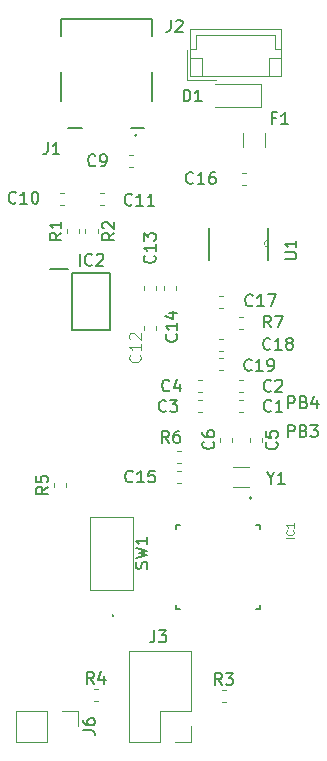
<source format=gbr>
G04 #@! TF.GenerationSoftware,KiCad,Pcbnew,(5.1.4)-1*
G04 #@! TF.CreationDate,2020-03-25T13:11:36-05:00*
G04 #@! TF.ProjectId,ExOneMicrorocessor,45784f6e-654d-4696-9372-6f726f636573,rev?*
G04 #@! TF.SameCoordinates,Original*
G04 #@! TF.FileFunction,Legend,Top*
G04 #@! TF.FilePolarity,Positive*
%FSLAX46Y46*%
G04 Gerber Fmt 4.6, Leading zero omitted, Abs format (unit mm)*
G04 Created by KiCad (PCBNEW (5.1.4)-1) date 2020-03-25 13:11:36*
%MOMM*%
%LPD*%
G04 APERTURE LIST*
%ADD10C,0.150000*%
%ADD11C,0.120000*%
%ADD12C,0.200000*%
%ADD13C,0.100000*%
%ADD14C,0.160000*%
%ADD15C,0.127000*%
%ADD16C,0.152400*%
%ADD17C,0.015000*%
G04 APERTURE END LIST*
D10*
X165868504Y-100452180D02*
X165868504Y-99452180D01*
X166249457Y-99452180D01*
X166344695Y-99499800D01*
X166392314Y-99547419D01*
X166439933Y-99642657D01*
X166439933Y-99785514D01*
X166392314Y-99880752D01*
X166344695Y-99928371D01*
X166249457Y-99975990D01*
X165868504Y-99975990D01*
X167201838Y-99928371D02*
X167344695Y-99975990D01*
X167392314Y-100023609D01*
X167439933Y-100118847D01*
X167439933Y-100261704D01*
X167392314Y-100356942D01*
X167344695Y-100404561D01*
X167249457Y-100452180D01*
X166868504Y-100452180D01*
X166868504Y-99452180D01*
X167201838Y-99452180D01*
X167297076Y-99499800D01*
X167344695Y-99547419D01*
X167392314Y-99642657D01*
X167392314Y-99737895D01*
X167344695Y-99833133D01*
X167297076Y-99880752D01*
X167201838Y-99928371D01*
X166868504Y-99928371D01*
X167773266Y-99452180D02*
X168392314Y-99452180D01*
X168058980Y-99833133D01*
X168201838Y-99833133D01*
X168297076Y-99880752D01*
X168344695Y-99928371D01*
X168392314Y-100023609D01*
X168392314Y-100261704D01*
X168344695Y-100356942D01*
X168297076Y-100404561D01*
X168201838Y-100452180D01*
X167916123Y-100452180D01*
X167820885Y-100404561D01*
X167773266Y-100356942D01*
X165893904Y-98013780D02*
X165893904Y-97013780D01*
X166274857Y-97013780D01*
X166370095Y-97061400D01*
X166417714Y-97109019D01*
X166465333Y-97204257D01*
X166465333Y-97347114D01*
X166417714Y-97442352D01*
X166370095Y-97489971D01*
X166274857Y-97537590D01*
X165893904Y-97537590D01*
X167227238Y-97489971D02*
X167370095Y-97537590D01*
X167417714Y-97585209D01*
X167465333Y-97680447D01*
X167465333Y-97823304D01*
X167417714Y-97918542D01*
X167370095Y-97966161D01*
X167274857Y-98013780D01*
X166893904Y-98013780D01*
X166893904Y-97013780D01*
X167227238Y-97013780D01*
X167322476Y-97061400D01*
X167370095Y-97109019D01*
X167417714Y-97204257D01*
X167417714Y-97299495D01*
X167370095Y-97394733D01*
X167322476Y-97442352D01*
X167227238Y-97489971D01*
X166893904Y-97489971D01*
X168322476Y-97347114D02*
X168322476Y-98013780D01*
X168084380Y-96966161D02*
X167846285Y-97680447D01*
X168465333Y-97680447D01*
D11*
X148065800Y-123612600D02*
X148065800Y-124942600D01*
X146735800Y-123612600D02*
X148065800Y-123612600D01*
X145465800Y-123612600D02*
X145465800Y-126272600D01*
X145465800Y-126272600D02*
X142865800Y-126272600D01*
X145465800Y-123612600D02*
X142865800Y-123612600D01*
X142865800Y-123612600D02*
X142865800Y-126272600D01*
D12*
X151026800Y-115512200D02*
G75*
G02X151026800Y-115612200I0J-50000D01*
G01*
X151026800Y-115612200D02*
G75*
G02X151026800Y-115512200I0J50000D01*
G01*
X151026800Y-115512200D02*
G75*
G02X151026800Y-115612200I0J-50000D01*
G01*
X151026800Y-115612200D02*
X151026800Y-115612200D01*
X151026800Y-115512200D02*
X151026800Y-115512200D01*
X151026800Y-115612200D02*
X151026800Y-115612200D01*
D13*
X152776800Y-113362200D02*
X149076800Y-113362200D01*
X152776800Y-107262200D02*
X152776800Y-113362200D01*
X149076800Y-107262200D02*
X152776800Y-107262200D01*
X149076800Y-113362200D02*
X149076800Y-107262200D01*
D14*
X153075200Y-74894900D02*
G75*
G03X153075200Y-74894900I-80000J0D01*
G01*
D15*
X146635200Y-65044900D02*
X146635200Y-66514900D01*
X154355200Y-65044900D02*
X146635200Y-65044900D01*
X154355200Y-66514900D02*
X154355200Y-65044900D01*
X148395200Y-74244900D02*
X147285200Y-74244900D01*
X153705200Y-74244900D02*
X152595200Y-74244900D01*
X146635200Y-69514900D02*
X146635200Y-71994900D01*
X154355200Y-69514900D02*
X154355200Y-71994900D01*
X163503960Y-107905200D02*
X163163960Y-107905200D01*
X156403960Y-107905200D02*
X156743960Y-107905200D01*
X163503960Y-115005200D02*
X163163960Y-115005200D01*
X156403960Y-115005200D02*
X156743960Y-115005200D01*
X163503960Y-107905200D02*
X163503960Y-108245200D01*
X156403960Y-107905200D02*
X156403960Y-108245200D01*
X163503960Y-115005200D02*
X163503960Y-114665200D01*
X156403960Y-115005200D02*
X156403960Y-114665200D01*
D12*
X162803960Y-105595200D02*
G75*
G03X162803960Y-105595200I-100000J0D01*
G01*
D11*
X161214440Y-102960200D02*
X162564440Y-102960200D01*
X161214440Y-104710200D02*
X162564440Y-104710200D01*
D13*
X164185600Y-84404200D02*
G75*
G02X164185600Y-83794600I0J304800D01*
G01*
D16*
X164185600Y-83794600D02*
X164185600Y-82727800D01*
X164185600Y-84404200D02*
X164185600Y-83794600D01*
X164185600Y-85471000D02*
X164185600Y-84404200D01*
X159207200Y-82727800D02*
X159207200Y-85471000D01*
D11*
X161765133Y-91276900D02*
X162107667Y-91276900D01*
X161765133Y-90256900D02*
X162107667Y-90256900D01*
X156484533Y-102643400D02*
X156827067Y-102643400D01*
X156484533Y-101623400D02*
X156827067Y-101623400D01*
X147042600Y-104666867D02*
X147042600Y-104324333D01*
X146022600Y-104666867D02*
X146022600Y-104324333D01*
X149443653Y-122836400D02*
X149786187Y-122836400D01*
X149443653Y-121816400D02*
X149786187Y-121816400D01*
X160266533Y-122922760D02*
X160609067Y-122922760D01*
X160266533Y-121902760D02*
X160609067Y-121902760D01*
X149747700Y-83165767D02*
X149747700Y-82823233D01*
X148727700Y-83165767D02*
X148727700Y-82823233D01*
X148185600Y-83164467D02*
X148185600Y-82821933D01*
X147165600Y-83164467D02*
X147165600Y-82821933D01*
X157654300Y-126285300D02*
X156324300Y-126285300D01*
X157654300Y-124955300D02*
X157654300Y-126285300D01*
X155054300Y-126285300D02*
X152454300Y-126285300D01*
X155054300Y-123685300D02*
X155054300Y-126285300D01*
X157654300Y-123685300D02*
X155054300Y-123685300D01*
X152454300Y-126285300D02*
X152454300Y-118545300D01*
X157654300Y-123685300D02*
X157654300Y-118545300D01*
X157654300Y-118545300D02*
X152454300Y-118545300D01*
X157289700Y-70199400D02*
X159789700Y-70199400D01*
X157289700Y-67699400D02*
X157289700Y-70199400D01*
X164309700Y-68399400D02*
X164309700Y-69899400D01*
X165309700Y-68399400D02*
X164309700Y-68399400D01*
X158589700Y-68399400D02*
X158589700Y-69899400D01*
X157589700Y-68399400D02*
X158589700Y-68399400D01*
X164809700Y-67589400D02*
X165309700Y-67589400D01*
X164809700Y-66379400D02*
X164809700Y-67589400D01*
X158089700Y-66379400D02*
X164809700Y-66379400D01*
X158089700Y-67589400D02*
X158089700Y-66379400D01*
X157589700Y-67589400D02*
X158089700Y-67589400D01*
X165309700Y-65879400D02*
X157589700Y-65879400D01*
X165309700Y-69899400D02*
X165309700Y-65879400D01*
X157589700Y-69899400D02*
X165309700Y-69899400D01*
X157589700Y-65879400D02*
X157589700Y-69899400D01*
D12*
X145699200Y-86186200D02*
X147224200Y-86186200D01*
X147574200Y-91427200D02*
X147574200Y-86525200D01*
X150774200Y-91427200D02*
X147574200Y-91427200D01*
X150774200Y-86525200D02*
X150774200Y-91427200D01*
X147574200Y-86525200D02*
X150774200Y-86525200D01*
D11*
X163914500Y-75898764D02*
X163914500Y-74694636D01*
X162094500Y-75898764D02*
X162094500Y-74694636D01*
X163604500Y-72526400D02*
X159704500Y-72526400D01*
X163604500Y-70526400D02*
X159704500Y-70526400D01*
X163604500Y-72526400D02*
X163604500Y-70526400D01*
X160051933Y-94756700D02*
X160394467Y-94756700D01*
X160051933Y-93736700D02*
X160394467Y-93736700D01*
X160040533Y-93143800D02*
X160383067Y-93143800D01*
X160040533Y-92123800D02*
X160383067Y-92123800D01*
X160013833Y-89498900D02*
X160356367Y-89498900D01*
X160013833Y-88478900D02*
X160356367Y-88478900D01*
X161970933Y-79110300D02*
X162313467Y-79110300D01*
X161970933Y-78090300D02*
X162313467Y-78090300D01*
X156484533Y-104319800D02*
X156827067Y-104319800D01*
X156484533Y-103299800D02*
X156827067Y-103299800D01*
X155382500Y-87623833D02*
X155382500Y-87966367D01*
X156402500Y-87623833D02*
X156402500Y-87966367D01*
X154713400Y-87965067D02*
X154713400Y-87622533D01*
X153693400Y-87965067D02*
X153693400Y-87622533D01*
X153693400Y-91064233D02*
X153693400Y-91406767D01*
X154713400Y-91064233D02*
X154713400Y-91406767D01*
X149992233Y-80824800D02*
X150334767Y-80824800D01*
X149992233Y-79804800D02*
X150334767Y-79804800D01*
X146931167Y-79804800D02*
X146588633Y-79804800D01*
X146931167Y-80824800D02*
X146588633Y-80824800D01*
X152382433Y-77560900D02*
X152724967Y-77560900D01*
X152382433Y-76540900D02*
X152724967Y-76540900D01*
X160129760Y-100563893D02*
X160129760Y-100906427D01*
X161149760Y-100563893D02*
X161149760Y-100906427D01*
X162629120Y-100558813D02*
X162629120Y-100901347D01*
X163649120Y-100558813D02*
X163649120Y-100901347D01*
X158252373Y-96654080D02*
X158594907Y-96654080D01*
X158252373Y-95634080D02*
X158594907Y-95634080D01*
X158247293Y-98366040D02*
X158589827Y-98366040D01*
X158247293Y-97346040D02*
X158589827Y-97346040D01*
X162069627Y-95644240D02*
X161727093Y-95644240D01*
X162069627Y-96664240D02*
X161727093Y-96664240D01*
X162072107Y-97340960D02*
X161729573Y-97340960D01*
X162072107Y-98360960D02*
X161729573Y-98360960D01*
D10*
X148518180Y-125275933D02*
X149232466Y-125275933D01*
X149375323Y-125323552D01*
X149470561Y-125418790D01*
X149518180Y-125561647D01*
X149518180Y-125656885D01*
X148518180Y-124371171D02*
X148518180Y-124561647D01*
X148565800Y-124656885D01*
X148613419Y-124704504D01*
X148756276Y-124799742D01*
X148946752Y-124847361D01*
X149327704Y-124847361D01*
X149422942Y-124799742D01*
X149470561Y-124752123D01*
X149518180Y-124656885D01*
X149518180Y-124466409D01*
X149470561Y-124371171D01*
X149422942Y-124323552D01*
X149327704Y-124275933D01*
X149089609Y-124275933D01*
X148994371Y-124323552D01*
X148946752Y-124371171D01*
X148899133Y-124466409D01*
X148899133Y-124656885D01*
X148946752Y-124752123D01*
X148994371Y-124799742D01*
X149089609Y-124847361D01*
X153922361Y-111594733D02*
X153969980Y-111451876D01*
X153969980Y-111213780D01*
X153922361Y-111118542D01*
X153874742Y-111070923D01*
X153779504Y-111023304D01*
X153684266Y-111023304D01*
X153589028Y-111070923D01*
X153541409Y-111118542D01*
X153493790Y-111213780D01*
X153446171Y-111404257D01*
X153398552Y-111499495D01*
X153350933Y-111547114D01*
X153255695Y-111594733D01*
X153160457Y-111594733D01*
X153065219Y-111547114D01*
X153017600Y-111499495D01*
X152969980Y-111404257D01*
X152969980Y-111166161D01*
X153017600Y-111023304D01*
X152969980Y-110689971D02*
X153969980Y-110451876D01*
X153255695Y-110261400D01*
X153969980Y-110070923D01*
X152969980Y-109832828D01*
X153969980Y-108928066D02*
X153969980Y-109499495D01*
X153969980Y-109213780D02*
X152969980Y-109213780D01*
X153112838Y-109309019D01*
X153208076Y-109404257D01*
X153255695Y-109499495D01*
X145526135Y-75499929D02*
X145526135Y-76214282D01*
X145478511Y-76357152D01*
X145383264Y-76452399D01*
X145240394Y-76500023D01*
X145145147Y-76500023D01*
X146526229Y-76500023D02*
X145954747Y-76500023D01*
X146240488Y-76500023D02*
X146240488Y-75499929D01*
X146145241Y-75642800D01*
X146049994Y-75738047D01*
X145954747Y-75785670D01*
D17*
X166364883Y-109031961D02*
X165724883Y-109031961D01*
X166303931Y-108361485D02*
X166334407Y-108391961D01*
X166364883Y-108483390D01*
X166364883Y-108544342D01*
X166334407Y-108635771D01*
X166273455Y-108696723D01*
X166212502Y-108727200D01*
X166090598Y-108757676D01*
X165999169Y-108757676D01*
X165877264Y-108727200D01*
X165816312Y-108696723D01*
X165755360Y-108635771D01*
X165724883Y-108544342D01*
X165724883Y-108483390D01*
X165755360Y-108391961D01*
X165785836Y-108361485D01*
X166364883Y-107751961D02*
X166364883Y-108117676D01*
X166364883Y-107934819D02*
X165724883Y-107934819D01*
X165816312Y-107995771D01*
X165877264Y-108056723D01*
X165907740Y-108117676D01*
D10*
X164395209Y-103938390D02*
X164395209Y-104414580D01*
X164061876Y-103414580D02*
X164395209Y-103938390D01*
X164728542Y-103414580D01*
X165585685Y-104414580D02*
X165014257Y-104414580D01*
X165299971Y-104414580D02*
X165299971Y-103414580D01*
X165204733Y-103557438D01*
X165109495Y-103652676D01*
X165014257Y-103700295D01*
X165580595Y-85396169D02*
X166390119Y-85396169D01*
X166485357Y-85348550D01*
X166532976Y-85300931D01*
X166580595Y-85205693D01*
X166580595Y-85015217D01*
X166532976Y-84919979D01*
X166485357Y-84872360D01*
X166390119Y-84824741D01*
X165580595Y-84824741D01*
X166580595Y-83824741D02*
X166580595Y-84396169D01*
X166580595Y-84110455D02*
X165580595Y-84110455D01*
X165723453Y-84205693D01*
X165818691Y-84300931D01*
X165866310Y-84396169D01*
X164438033Y-91168480D02*
X164104700Y-90692290D01*
X163866604Y-91168480D02*
X163866604Y-90168480D01*
X164247557Y-90168480D01*
X164342795Y-90216100D01*
X164390414Y-90263719D01*
X164438033Y-90358957D01*
X164438033Y-90501814D01*
X164390414Y-90597052D01*
X164342795Y-90644671D01*
X164247557Y-90692290D01*
X163866604Y-90692290D01*
X164771366Y-90168480D02*
X165438033Y-90168480D01*
X165009461Y-91168480D01*
X155789333Y-100934780D02*
X155456000Y-100458590D01*
X155217904Y-100934780D02*
X155217904Y-99934780D01*
X155598857Y-99934780D01*
X155694095Y-99982400D01*
X155741714Y-100030019D01*
X155789333Y-100125257D01*
X155789333Y-100268114D01*
X155741714Y-100363352D01*
X155694095Y-100410971D01*
X155598857Y-100458590D01*
X155217904Y-100458590D01*
X156646476Y-99934780D02*
X156456000Y-99934780D01*
X156360761Y-99982400D01*
X156313142Y-100030019D01*
X156217904Y-100172876D01*
X156170285Y-100363352D01*
X156170285Y-100744304D01*
X156217904Y-100839542D01*
X156265523Y-100887161D01*
X156360761Y-100934780D01*
X156551238Y-100934780D01*
X156646476Y-100887161D01*
X156694095Y-100839542D01*
X156741714Y-100744304D01*
X156741714Y-100506209D01*
X156694095Y-100410971D01*
X156646476Y-100363352D01*
X156551238Y-100315733D01*
X156360761Y-100315733D01*
X156265523Y-100363352D01*
X156217904Y-100410971D01*
X156170285Y-100506209D01*
X145554980Y-104662266D02*
X145078790Y-104995600D01*
X145554980Y-105233695D02*
X144554980Y-105233695D01*
X144554980Y-104852742D01*
X144602600Y-104757504D01*
X144650219Y-104709885D01*
X144745457Y-104662266D01*
X144888314Y-104662266D01*
X144983552Y-104709885D01*
X145031171Y-104757504D01*
X145078790Y-104852742D01*
X145078790Y-105233695D01*
X144554980Y-103757504D02*
X144554980Y-104233695D01*
X145031171Y-104281314D01*
X144983552Y-104233695D01*
X144935933Y-104138457D01*
X144935933Y-103900361D01*
X144983552Y-103805123D01*
X145031171Y-103757504D01*
X145126409Y-103709885D01*
X145364504Y-103709885D01*
X145459742Y-103757504D01*
X145507361Y-103805123D01*
X145554980Y-103900361D01*
X145554980Y-104138457D01*
X145507361Y-104233695D01*
X145459742Y-104281314D01*
X149448253Y-121348780D02*
X149114920Y-120872590D01*
X148876824Y-121348780D02*
X148876824Y-120348780D01*
X149257777Y-120348780D01*
X149353015Y-120396400D01*
X149400634Y-120444019D01*
X149448253Y-120539257D01*
X149448253Y-120682114D01*
X149400634Y-120777352D01*
X149353015Y-120824971D01*
X149257777Y-120872590D01*
X148876824Y-120872590D01*
X150305396Y-120682114D02*
X150305396Y-121348780D01*
X150067300Y-120301161D02*
X149829205Y-121015447D01*
X150448253Y-121015447D01*
X160271133Y-121435140D02*
X159937800Y-120958950D01*
X159699704Y-121435140D02*
X159699704Y-120435140D01*
X160080657Y-120435140D01*
X160175895Y-120482760D01*
X160223514Y-120530379D01*
X160271133Y-120625617D01*
X160271133Y-120768474D01*
X160223514Y-120863712D01*
X160175895Y-120911331D01*
X160080657Y-120958950D01*
X159699704Y-120958950D01*
X160604466Y-120435140D02*
X161223514Y-120435140D01*
X160890180Y-120816093D01*
X161033038Y-120816093D01*
X161128276Y-120863712D01*
X161175895Y-120911331D01*
X161223514Y-121006569D01*
X161223514Y-121244664D01*
X161175895Y-121339902D01*
X161128276Y-121387521D01*
X161033038Y-121435140D01*
X160747323Y-121435140D01*
X160652085Y-121387521D01*
X160604466Y-121339902D01*
X151163280Y-83161166D02*
X150687090Y-83494500D01*
X151163280Y-83732595D02*
X150163280Y-83732595D01*
X150163280Y-83351642D01*
X150210900Y-83256404D01*
X150258519Y-83208785D01*
X150353757Y-83161166D01*
X150496614Y-83161166D01*
X150591852Y-83208785D01*
X150639471Y-83256404D01*
X150687090Y-83351642D01*
X150687090Y-83732595D01*
X150258519Y-82780214D02*
X150210900Y-82732595D01*
X150163280Y-82637357D01*
X150163280Y-82399261D01*
X150210900Y-82304023D01*
X150258519Y-82256404D01*
X150353757Y-82208785D01*
X150448995Y-82208785D01*
X150591852Y-82256404D01*
X151163280Y-82827833D01*
X151163280Y-82208785D01*
X146697980Y-83159866D02*
X146221790Y-83493200D01*
X146697980Y-83731295D02*
X145697980Y-83731295D01*
X145697980Y-83350342D01*
X145745600Y-83255104D01*
X145793219Y-83207485D01*
X145888457Y-83159866D01*
X146031314Y-83159866D01*
X146126552Y-83207485D01*
X146174171Y-83255104D01*
X146221790Y-83350342D01*
X146221790Y-83731295D01*
X146697980Y-82207485D02*
X146697980Y-82778914D01*
X146697980Y-82493200D02*
X145697980Y-82493200D01*
X145840838Y-82588438D01*
X145936076Y-82683676D01*
X145983695Y-82778914D01*
X154555866Y-116825780D02*
X154555866Y-117540066D01*
X154508247Y-117682923D01*
X154413009Y-117778161D01*
X154270152Y-117825780D01*
X154174914Y-117825780D01*
X154936819Y-116825780D02*
X155555866Y-116825780D01*
X155222533Y-117206733D01*
X155365390Y-117206733D01*
X155460628Y-117254352D01*
X155508247Y-117301971D01*
X155555866Y-117397209D01*
X155555866Y-117635304D01*
X155508247Y-117730542D01*
X155460628Y-117778161D01*
X155365390Y-117825780D01*
X155079676Y-117825780D01*
X154984438Y-117778161D01*
X154936819Y-117730542D01*
X155952866Y-65136780D02*
X155952866Y-65851066D01*
X155905247Y-65993923D01*
X155810009Y-66089161D01*
X155667152Y-66136780D01*
X155571914Y-66136780D01*
X156381438Y-65232019D02*
X156429057Y-65184400D01*
X156524295Y-65136780D01*
X156762390Y-65136780D01*
X156857628Y-65184400D01*
X156905247Y-65232019D01*
X156952866Y-65327257D01*
X156952866Y-65422495D01*
X156905247Y-65565352D01*
X156333819Y-66136780D01*
X156952866Y-66136780D01*
X148238649Y-85938620D02*
X148238649Y-84938620D01*
X149286268Y-85843382D02*
X149238649Y-85891001D01*
X149095792Y-85938620D01*
X149000554Y-85938620D01*
X148857697Y-85891001D01*
X148762459Y-85795763D01*
X148714840Y-85700525D01*
X148667220Y-85510049D01*
X148667220Y-85367192D01*
X148714840Y-85176716D01*
X148762459Y-85081478D01*
X148857697Y-84986240D01*
X149000554Y-84938620D01*
X149095792Y-84938620D01*
X149238649Y-84986240D01*
X149286268Y-85033859D01*
X149667220Y-85033859D02*
X149714840Y-84986240D01*
X149810078Y-84938620D01*
X150048173Y-84938620D01*
X150143411Y-84986240D01*
X150191030Y-85033859D01*
X150238649Y-85129097D01*
X150238649Y-85224335D01*
X150191030Y-85367192D01*
X149619601Y-85938620D01*
X150238649Y-85938620D01*
X164830166Y-73432971D02*
X164496833Y-73432971D01*
X164496833Y-73956780D02*
X164496833Y-72956780D01*
X164973023Y-72956780D01*
X165877785Y-73956780D02*
X165306357Y-73956780D01*
X165592071Y-73956780D02*
X165592071Y-72956780D01*
X165496833Y-73099638D01*
X165401595Y-73194876D01*
X165306357Y-73242495D01*
X157034004Y-72029580D02*
X157034004Y-71029580D01*
X157272100Y-71029580D01*
X157414957Y-71077200D01*
X157510195Y-71172438D01*
X157557814Y-71267676D01*
X157605433Y-71458152D01*
X157605433Y-71601009D01*
X157557814Y-71791485D01*
X157510195Y-71886723D01*
X157414957Y-71981961D01*
X157272100Y-72029580D01*
X157034004Y-72029580D01*
X158557814Y-72029580D02*
X157986385Y-72029580D01*
X158272100Y-72029580D02*
X158272100Y-71029580D01*
X158176861Y-71172438D01*
X158081623Y-71267676D01*
X157986385Y-71315295D01*
X162793442Y-94756242D02*
X162745823Y-94803861D01*
X162602966Y-94851480D01*
X162507728Y-94851480D01*
X162364871Y-94803861D01*
X162269633Y-94708623D01*
X162222014Y-94613385D01*
X162174395Y-94422909D01*
X162174395Y-94280052D01*
X162222014Y-94089576D01*
X162269633Y-93994338D01*
X162364871Y-93899100D01*
X162507728Y-93851480D01*
X162602966Y-93851480D01*
X162745823Y-93899100D01*
X162793442Y-93946719D01*
X163745823Y-94851480D02*
X163174395Y-94851480D01*
X163460109Y-94851480D02*
X163460109Y-93851480D01*
X163364871Y-93994338D01*
X163269633Y-94089576D01*
X163174395Y-94137195D01*
X164222014Y-94851480D02*
X164412490Y-94851480D01*
X164507728Y-94803861D01*
X164555347Y-94756242D01*
X164650585Y-94613385D01*
X164698204Y-94422909D01*
X164698204Y-94041957D01*
X164650585Y-93946719D01*
X164602966Y-93899100D01*
X164507728Y-93851480D01*
X164317252Y-93851480D01*
X164222014Y-93899100D01*
X164174395Y-93946719D01*
X164126776Y-94041957D01*
X164126776Y-94280052D01*
X164174395Y-94375290D01*
X164222014Y-94422909D01*
X164317252Y-94470528D01*
X164507728Y-94470528D01*
X164602966Y-94422909D01*
X164650585Y-94375290D01*
X164698204Y-94280052D01*
X164380942Y-92965542D02*
X164333323Y-93013161D01*
X164190466Y-93060780D01*
X164095228Y-93060780D01*
X163952371Y-93013161D01*
X163857133Y-92917923D01*
X163809514Y-92822685D01*
X163761895Y-92632209D01*
X163761895Y-92489352D01*
X163809514Y-92298876D01*
X163857133Y-92203638D01*
X163952371Y-92108400D01*
X164095228Y-92060780D01*
X164190466Y-92060780D01*
X164333323Y-92108400D01*
X164380942Y-92156019D01*
X165333323Y-93060780D02*
X164761895Y-93060780D01*
X165047609Y-93060780D02*
X165047609Y-92060780D01*
X164952371Y-92203638D01*
X164857133Y-92298876D01*
X164761895Y-92346495D01*
X165904752Y-92489352D02*
X165809514Y-92441733D01*
X165761895Y-92394114D01*
X165714276Y-92298876D01*
X165714276Y-92251257D01*
X165761895Y-92156019D01*
X165809514Y-92108400D01*
X165904752Y-92060780D01*
X166095228Y-92060780D01*
X166190466Y-92108400D01*
X166238085Y-92156019D01*
X166285704Y-92251257D01*
X166285704Y-92298876D01*
X166238085Y-92394114D01*
X166190466Y-92441733D01*
X166095228Y-92489352D01*
X165904752Y-92489352D01*
X165809514Y-92536971D01*
X165761895Y-92584590D01*
X165714276Y-92679828D01*
X165714276Y-92870304D01*
X165761895Y-92965542D01*
X165809514Y-93013161D01*
X165904752Y-93060780D01*
X166095228Y-93060780D01*
X166190466Y-93013161D01*
X166238085Y-92965542D01*
X166285704Y-92870304D01*
X166285704Y-92679828D01*
X166238085Y-92584590D01*
X166190466Y-92536971D01*
X166095228Y-92489352D01*
X162882342Y-89282542D02*
X162834723Y-89330161D01*
X162691866Y-89377780D01*
X162596628Y-89377780D01*
X162453771Y-89330161D01*
X162358533Y-89234923D01*
X162310914Y-89139685D01*
X162263295Y-88949209D01*
X162263295Y-88806352D01*
X162310914Y-88615876D01*
X162358533Y-88520638D01*
X162453771Y-88425400D01*
X162596628Y-88377780D01*
X162691866Y-88377780D01*
X162834723Y-88425400D01*
X162882342Y-88473019D01*
X163834723Y-89377780D02*
X163263295Y-89377780D01*
X163549009Y-89377780D02*
X163549009Y-88377780D01*
X163453771Y-88520638D01*
X163358533Y-88615876D01*
X163263295Y-88663495D01*
X164168057Y-88377780D02*
X164834723Y-88377780D01*
X164406152Y-89377780D01*
X157853142Y-78919342D02*
X157805523Y-78966961D01*
X157662666Y-79014580D01*
X157567428Y-79014580D01*
X157424571Y-78966961D01*
X157329333Y-78871723D01*
X157281714Y-78776485D01*
X157234095Y-78586009D01*
X157234095Y-78443152D01*
X157281714Y-78252676D01*
X157329333Y-78157438D01*
X157424571Y-78062200D01*
X157567428Y-78014580D01*
X157662666Y-78014580D01*
X157805523Y-78062200D01*
X157853142Y-78109819D01*
X158805523Y-79014580D02*
X158234095Y-79014580D01*
X158519809Y-79014580D02*
X158519809Y-78014580D01*
X158424571Y-78157438D01*
X158329333Y-78252676D01*
X158234095Y-78300295D01*
X159662666Y-78014580D02*
X159472190Y-78014580D01*
X159376952Y-78062200D01*
X159329333Y-78109819D01*
X159234095Y-78252676D01*
X159186476Y-78443152D01*
X159186476Y-78824104D01*
X159234095Y-78919342D01*
X159281714Y-78966961D01*
X159376952Y-79014580D01*
X159567428Y-79014580D01*
X159662666Y-78966961D01*
X159710285Y-78919342D01*
X159757904Y-78824104D01*
X159757904Y-78586009D01*
X159710285Y-78490771D01*
X159662666Y-78443152D01*
X159567428Y-78395533D01*
X159376952Y-78395533D01*
X159281714Y-78443152D01*
X159234095Y-78490771D01*
X159186476Y-78586009D01*
X152722342Y-104192342D02*
X152674723Y-104239961D01*
X152531866Y-104287580D01*
X152436628Y-104287580D01*
X152293771Y-104239961D01*
X152198533Y-104144723D01*
X152150914Y-104049485D01*
X152103295Y-103859009D01*
X152103295Y-103716152D01*
X152150914Y-103525676D01*
X152198533Y-103430438D01*
X152293771Y-103335200D01*
X152436628Y-103287580D01*
X152531866Y-103287580D01*
X152674723Y-103335200D01*
X152722342Y-103382819D01*
X153674723Y-104287580D02*
X153103295Y-104287580D01*
X153389009Y-104287580D02*
X153389009Y-103287580D01*
X153293771Y-103430438D01*
X153198533Y-103525676D01*
X153103295Y-103573295D01*
X154579485Y-103287580D02*
X154103295Y-103287580D01*
X154055676Y-103763771D01*
X154103295Y-103716152D01*
X154198533Y-103668533D01*
X154436628Y-103668533D01*
X154531866Y-103716152D01*
X154579485Y-103763771D01*
X154627104Y-103859009D01*
X154627104Y-104097104D01*
X154579485Y-104192342D01*
X154531866Y-104239961D01*
X154436628Y-104287580D01*
X154198533Y-104287580D01*
X154103295Y-104239961D01*
X154055676Y-104192342D01*
X156414742Y-91752657D02*
X156462361Y-91800276D01*
X156509980Y-91943133D01*
X156509980Y-92038371D01*
X156462361Y-92181228D01*
X156367123Y-92276466D01*
X156271885Y-92324085D01*
X156081409Y-92371704D01*
X155938552Y-92371704D01*
X155748076Y-92324085D01*
X155652838Y-92276466D01*
X155557600Y-92181228D01*
X155509980Y-92038371D01*
X155509980Y-91943133D01*
X155557600Y-91800276D01*
X155605219Y-91752657D01*
X156509980Y-90800276D02*
X156509980Y-91371704D01*
X156509980Y-91085990D02*
X155509980Y-91085990D01*
X155652838Y-91181228D01*
X155748076Y-91276466D01*
X155795695Y-91371704D01*
X155843314Y-89943133D02*
X156509980Y-89943133D01*
X155462361Y-90181228D02*
X156176647Y-90419323D01*
X156176647Y-89800276D01*
X154573242Y-85097857D02*
X154620861Y-85145476D01*
X154668480Y-85288333D01*
X154668480Y-85383571D01*
X154620861Y-85526428D01*
X154525623Y-85621666D01*
X154430385Y-85669285D01*
X154239909Y-85716904D01*
X154097052Y-85716904D01*
X153906576Y-85669285D01*
X153811338Y-85621666D01*
X153716100Y-85526428D01*
X153668480Y-85383571D01*
X153668480Y-85288333D01*
X153716100Y-85145476D01*
X153763719Y-85097857D01*
X154668480Y-84145476D02*
X154668480Y-84716904D01*
X154668480Y-84431190D02*
X153668480Y-84431190D01*
X153811338Y-84526428D01*
X153906576Y-84621666D01*
X153954195Y-84716904D01*
X153668480Y-83812142D02*
X153668480Y-83193095D01*
X154049433Y-83526428D01*
X154049433Y-83383571D01*
X154097052Y-83288333D01*
X154144671Y-83240714D01*
X154239909Y-83193095D01*
X154478004Y-83193095D01*
X154573242Y-83240714D01*
X154620861Y-83288333D01*
X154668480Y-83383571D01*
X154668480Y-83669285D01*
X154620861Y-83764523D01*
X154573242Y-83812142D01*
D13*
X153315942Y-93505257D02*
X153363561Y-93552876D01*
X153411180Y-93695733D01*
X153411180Y-93790971D01*
X153363561Y-93933828D01*
X153268323Y-94029066D01*
X153173085Y-94076685D01*
X152982609Y-94124304D01*
X152839752Y-94124304D01*
X152649276Y-94076685D01*
X152554038Y-94029066D01*
X152458800Y-93933828D01*
X152411180Y-93790971D01*
X152411180Y-93695733D01*
X152458800Y-93552876D01*
X152506419Y-93505257D01*
X153411180Y-92552876D02*
X153411180Y-93124304D01*
X153411180Y-92838590D02*
X152411180Y-92838590D01*
X152554038Y-92933828D01*
X152649276Y-93029066D01*
X152696895Y-93124304D01*
X152506419Y-92171923D02*
X152458800Y-92124304D01*
X152411180Y-92029066D01*
X152411180Y-91790971D01*
X152458800Y-91695733D01*
X152506419Y-91648114D01*
X152601657Y-91600495D01*
X152696895Y-91600495D01*
X152839752Y-91648114D01*
X153411180Y-92219542D01*
X153411180Y-91600495D01*
D10*
X152666462Y-80758302D02*
X152618843Y-80805921D01*
X152475986Y-80853540D01*
X152380748Y-80853540D01*
X152237891Y-80805921D01*
X152142653Y-80710683D01*
X152095034Y-80615445D01*
X152047415Y-80424969D01*
X152047415Y-80282112D01*
X152095034Y-80091636D01*
X152142653Y-79996398D01*
X152237891Y-79901160D01*
X152380748Y-79853540D01*
X152475986Y-79853540D01*
X152618843Y-79901160D01*
X152666462Y-79948779D01*
X153618843Y-80853540D02*
X153047415Y-80853540D01*
X153333129Y-80853540D02*
X153333129Y-79853540D01*
X153237891Y-79996398D01*
X153142653Y-80091636D01*
X153047415Y-80139255D01*
X154571224Y-80853540D02*
X153999796Y-80853540D01*
X154285510Y-80853540D02*
X154285510Y-79853540D01*
X154190272Y-79996398D01*
X154095034Y-80091636D01*
X153999796Y-80139255D01*
X142846822Y-80585582D02*
X142799203Y-80633201D01*
X142656346Y-80680820D01*
X142561108Y-80680820D01*
X142418251Y-80633201D01*
X142323013Y-80537963D01*
X142275394Y-80442725D01*
X142227775Y-80252249D01*
X142227775Y-80109392D01*
X142275394Y-79918916D01*
X142323013Y-79823678D01*
X142418251Y-79728440D01*
X142561108Y-79680820D01*
X142656346Y-79680820D01*
X142799203Y-79728440D01*
X142846822Y-79776059D01*
X143799203Y-80680820D02*
X143227775Y-80680820D01*
X143513489Y-80680820D02*
X143513489Y-79680820D01*
X143418251Y-79823678D01*
X143323013Y-79918916D01*
X143227775Y-79966535D01*
X144418251Y-79680820D02*
X144513489Y-79680820D01*
X144608727Y-79728440D01*
X144656346Y-79776059D01*
X144703965Y-79871297D01*
X144751584Y-80061773D01*
X144751584Y-80299868D01*
X144703965Y-80490344D01*
X144656346Y-80585582D01*
X144608727Y-80633201D01*
X144513489Y-80680820D01*
X144418251Y-80680820D01*
X144323013Y-80633201D01*
X144275394Y-80585582D01*
X144227775Y-80490344D01*
X144180156Y-80299868D01*
X144180156Y-80061773D01*
X144227775Y-79871297D01*
X144275394Y-79776059D01*
X144323013Y-79728440D01*
X144418251Y-79680820D01*
X149568933Y-77425822D02*
X149521314Y-77473441D01*
X149378457Y-77521060D01*
X149283219Y-77521060D01*
X149140361Y-77473441D01*
X149045123Y-77378203D01*
X148997504Y-77282965D01*
X148949885Y-77092489D01*
X148949885Y-76949632D01*
X148997504Y-76759156D01*
X149045123Y-76663918D01*
X149140361Y-76568680D01*
X149283219Y-76521060D01*
X149378457Y-76521060D01*
X149521314Y-76568680D01*
X149568933Y-76616299D01*
X150045123Y-77521060D02*
X150235600Y-77521060D01*
X150330838Y-77473441D01*
X150378457Y-77425822D01*
X150473695Y-77282965D01*
X150521314Y-77092489D01*
X150521314Y-76711537D01*
X150473695Y-76616299D01*
X150426076Y-76568680D01*
X150330838Y-76521060D01*
X150140361Y-76521060D01*
X150045123Y-76568680D01*
X149997504Y-76616299D01*
X149949885Y-76711537D01*
X149949885Y-76949632D01*
X149997504Y-77044870D01*
X150045123Y-77092489D01*
X150140361Y-77140108D01*
X150330838Y-77140108D01*
X150426076Y-77092489D01*
X150473695Y-77044870D01*
X150521314Y-76949632D01*
X159538942Y-100847186D02*
X159586561Y-100894805D01*
X159634180Y-101037662D01*
X159634180Y-101132900D01*
X159586561Y-101275758D01*
X159491323Y-101370996D01*
X159396085Y-101418615D01*
X159205609Y-101466234D01*
X159062752Y-101466234D01*
X158872276Y-101418615D01*
X158777038Y-101370996D01*
X158681800Y-101275758D01*
X158634180Y-101132900D01*
X158634180Y-101037662D01*
X158681800Y-100894805D01*
X158729419Y-100847186D01*
X158634180Y-99990043D02*
X158634180Y-100180520D01*
X158681800Y-100275758D01*
X158729419Y-100323377D01*
X158872276Y-100418615D01*
X159062752Y-100466234D01*
X159443704Y-100466234D01*
X159538942Y-100418615D01*
X159586561Y-100370996D01*
X159634180Y-100275758D01*
X159634180Y-100085281D01*
X159586561Y-99990043D01*
X159538942Y-99942424D01*
X159443704Y-99894805D01*
X159205609Y-99894805D01*
X159110371Y-99942424D01*
X159062752Y-99990043D01*
X159015133Y-100085281D01*
X159015133Y-100275758D01*
X159062752Y-100370996D01*
X159110371Y-100418615D01*
X159205609Y-100466234D01*
X164893262Y-100877666D02*
X164940881Y-100925285D01*
X164988500Y-101068142D01*
X164988500Y-101163380D01*
X164940881Y-101306238D01*
X164845643Y-101401476D01*
X164750405Y-101449095D01*
X164559929Y-101496714D01*
X164417072Y-101496714D01*
X164226596Y-101449095D01*
X164131358Y-101401476D01*
X164036120Y-101306238D01*
X163988500Y-101163380D01*
X163988500Y-101068142D01*
X164036120Y-100925285D01*
X164083739Y-100877666D01*
X163988500Y-99972904D02*
X163988500Y-100449095D01*
X164464691Y-100496714D01*
X164417072Y-100449095D01*
X164369453Y-100353857D01*
X164369453Y-100115761D01*
X164417072Y-100020523D01*
X164464691Y-99972904D01*
X164559929Y-99925285D01*
X164798024Y-99925285D01*
X164893262Y-99972904D01*
X164940881Y-100020523D01*
X164988500Y-100115761D01*
X164988500Y-100353857D01*
X164940881Y-100449095D01*
X164893262Y-100496714D01*
X155840133Y-96496142D02*
X155792514Y-96543761D01*
X155649657Y-96591380D01*
X155554419Y-96591380D01*
X155411561Y-96543761D01*
X155316323Y-96448523D01*
X155268704Y-96353285D01*
X155221085Y-96162809D01*
X155221085Y-96019952D01*
X155268704Y-95829476D01*
X155316323Y-95734238D01*
X155411561Y-95639000D01*
X155554419Y-95591380D01*
X155649657Y-95591380D01*
X155792514Y-95639000D01*
X155840133Y-95686619D01*
X156697276Y-95924714D02*
X156697276Y-96591380D01*
X156459180Y-95543761D02*
X156221085Y-96258047D01*
X156840133Y-96258047D01*
X155545493Y-98218262D02*
X155497874Y-98265881D01*
X155355017Y-98313500D01*
X155259779Y-98313500D01*
X155116921Y-98265881D01*
X155021683Y-98170643D01*
X154974064Y-98075405D01*
X154926445Y-97884929D01*
X154926445Y-97742072D01*
X154974064Y-97551596D01*
X155021683Y-97456358D01*
X155116921Y-97361120D01*
X155259779Y-97313500D01*
X155355017Y-97313500D01*
X155497874Y-97361120D01*
X155545493Y-97408739D01*
X155878826Y-97313500D02*
X156497874Y-97313500D01*
X156164540Y-97694453D01*
X156307398Y-97694453D01*
X156402636Y-97742072D01*
X156450255Y-97789691D01*
X156497874Y-97884929D01*
X156497874Y-98123024D01*
X156450255Y-98218262D01*
X156402636Y-98265881D01*
X156307398Y-98313500D01*
X156021683Y-98313500D01*
X155926445Y-98265881D01*
X155878826Y-98218262D01*
X164435493Y-96511382D02*
X164387874Y-96559001D01*
X164245017Y-96606620D01*
X164149779Y-96606620D01*
X164006921Y-96559001D01*
X163911683Y-96463763D01*
X163864064Y-96368525D01*
X163816445Y-96178049D01*
X163816445Y-96035192D01*
X163864064Y-95844716D01*
X163911683Y-95749478D01*
X164006921Y-95654240D01*
X164149779Y-95606620D01*
X164245017Y-95606620D01*
X164387874Y-95654240D01*
X164435493Y-95701859D01*
X164816445Y-95701859D02*
X164864064Y-95654240D01*
X164959302Y-95606620D01*
X165197398Y-95606620D01*
X165292636Y-95654240D01*
X165340255Y-95701859D01*
X165387874Y-95797097D01*
X165387874Y-95892335D01*
X165340255Y-96035192D01*
X164768826Y-96606620D01*
X165387874Y-96606620D01*
X164450733Y-98208102D02*
X164403114Y-98255721D01*
X164260257Y-98303340D01*
X164165019Y-98303340D01*
X164022161Y-98255721D01*
X163926923Y-98160483D01*
X163879304Y-98065245D01*
X163831685Y-97874769D01*
X163831685Y-97731912D01*
X163879304Y-97541436D01*
X163926923Y-97446198D01*
X164022161Y-97350960D01*
X164165019Y-97303340D01*
X164260257Y-97303340D01*
X164403114Y-97350960D01*
X164450733Y-97398579D01*
X165403114Y-98303340D02*
X164831685Y-98303340D01*
X165117400Y-98303340D02*
X165117400Y-97303340D01*
X165022161Y-97446198D01*
X164926923Y-97541436D01*
X164831685Y-97589055D01*
M02*

</source>
